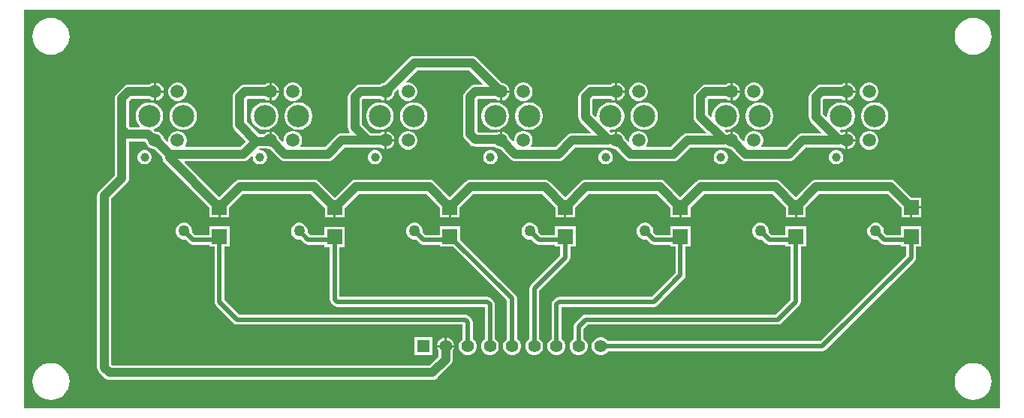
<source format=gbl>
G04*
G04 #@! TF.GenerationSoftware,Altium Limited,Altium Designer,24.1.2 (44)*
G04*
G04 Layer_Physical_Order=2*
G04 Layer_Color=16711680*
%FSTAX44Y44*%
%MOMM*%
G71*
G04*
G04 #@! TF.SameCoordinates,3538205F-3925-4055-AE4A-FF41BFCD8782*
G04*
G04*
G04 #@! TF.FilePolarity,Positive*
G04*
G01*
G75*
%ADD21C,0.5000*%
%ADD22C,1.0000*%
%ADD23C,2.5000*%
%ADD24C,1.0000*%
%ADD25C,1.5000*%
%ADD26R,1.4080X1.4080*%
%ADD27C,1.4080*%
%ADD28C,1.2700*%
%ADD29R,1.7000X1.7000*%
G36*
X011Y0D02*
X0D01*
Y0045D01*
X011D01*
Y0D01*
D02*
G37*
%LPC*%
G36*
X0107Y00440871D02*
X01065928Y0044047D01*
X01062013Y00439282D01*
X01058405Y00437353D01*
X01055242Y00434758D01*
X01052647Y00431595D01*
X01050718Y00427987D01*
X0104953Y00424072D01*
X01049129Y0042D01*
X0104953Y00415928D01*
X01050718Y00412013D01*
X01052647Y00408405D01*
X01055242Y00405242D01*
X01058405Y00402647D01*
X01062013Y00400718D01*
X01065928Y0039953D01*
X0107Y00399129D01*
X01074072Y0039953D01*
X01077987Y00400718D01*
X01081595Y00402647D01*
X01084758Y00405242D01*
X01087353Y00408405D01*
X01089282Y00412013D01*
X0109047Y00415928D01*
X01090871Y0042D01*
X0109047Y00424072D01*
X01089282Y00427987D01*
X01087353Y00431595D01*
X01084758Y00434758D01*
X01081595Y00437353D01*
X01077987Y00439282D01*
X01074072Y0044047D01*
X0107Y00440871D01*
D02*
G37*
G36*
X0003D02*
X00025928Y0044047D01*
X00022013Y00439282D01*
X00018405Y00437353D01*
X00015242Y00434758D01*
X00012647Y00431595D01*
X00010718Y00427987D01*
X00009531Y00424072D01*
X00009129Y0042D01*
X00009531Y00415928D01*
X00010718Y00412013D01*
X00012647Y00408405D01*
X00015242Y00405242D01*
X00018405Y00402647D01*
X00022013Y00400718D01*
X00025928Y0039953D01*
X0003Y00399129D01*
X00034072Y0039953D01*
X00037987Y00400718D01*
X00041595Y00402647D01*
X00044758Y00405242D01*
X00047353Y00408405D01*
X00049282Y00412013D01*
X00050469Y00415928D01*
X0005087Y0042D01*
X00050469Y00424072D01*
X00049282Y00427987D01*
X00047353Y00431595D01*
X00044758Y00434758D01*
X00041595Y00437353D01*
X00037987Y00439282D01*
X00034072Y0044047D01*
X0003Y00440871D01*
D02*
G37*
G36*
X00928622Y0036754D02*
X0092857D01*
Y0035877D01*
X0093734D01*
Y00358822D01*
X00936656Y00361375D01*
X00935334Y00363665D01*
X00933465Y00365534D01*
X00931175Y00366856D01*
X00928622Y0036754D01*
D02*
G37*
G36*
X00798622D02*
X0079857D01*
Y0035877D01*
X0080734D01*
Y00358822D01*
X00806656Y00361375D01*
X00805334Y00363665D01*
X00803465Y00365534D01*
X00801175Y00366856D01*
X00798622Y0036754D01*
D02*
G37*
G36*
X00668622D02*
X0066857D01*
Y0035877D01*
X0067734D01*
Y00358822D01*
X00676656Y00361375D01*
X00675334Y00363665D01*
X00673465Y00365534D01*
X00671175Y00366856D01*
X00668622Y0036754D01*
D02*
G37*
G36*
X00278622D02*
X0027857D01*
Y0035877D01*
X0028734D01*
Y00358822D01*
X00286656Y00361375D01*
X00285334Y00363665D01*
X00283465Y00365534D01*
X00281175Y00366856D01*
X00278622Y0036754D01*
D02*
G37*
G36*
X00148622D02*
X0014857D01*
Y0035877D01*
X0015734D01*
Y00358822D01*
X00156656Y00361375D01*
X00155334Y00363665D01*
X00153464Y00365534D01*
X00151175Y00366856D01*
X00148622Y0036754D01*
D02*
G37*
G36*
X0093734Y0035623D02*
X0092857D01*
Y0034746D01*
X00928622D01*
X00931175Y00348144D01*
X00933465Y00349466D01*
X00935334Y00351335D01*
X00936656Y00353625D01*
X0093734Y00356178D01*
Y0035623D01*
D02*
G37*
G36*
X005048Y00398069D02*
X004398D01*
X00437711Y00397794D01*
X00435765Y00396988D01*
X00434094Y00395706D01*
X0040591Y00367522D01*
X00403424Y00366856D01*
X00401196Y00365569D01*
X00378621D01*
X00376533Y00365294D01*
X00374586Y00364488D01*
X00372915Y00363206D01*
X00367057Y00357348D01*
X00365775Y00355677D01*
X00364969Y00353731D01*
X00364694Y00351642D01*
Y00317237D01*
X00364969Y00315149D01*
X00365775Y00313202D01*
X00366821Y00311839D01*
X00366378Y00310569D01*
X003578D01*
X00355712Y00310294D01*
X00353765Y00309488D01*
X00352094Y00308206D01*
X00338958Y00295069D01*
X00311747D01*
X00311267Y00296339D01*
X00312484Y00298447D01*
X003132Y00301117D01*
Y00303882D01*
X00312484Y00306553D01*
X00311102Y00308947D01*
X00309147Y00310902D01*
X00306753Y00312284D01*
X00304082Y00313D01*
X00301318D01*
X00298647Y00312284D01*
X00296253Y00310902D01*
X00294298Y00308947D01*
X00292916Y00306553D01*
X002922Y00303882D01*
Y00301627D01*
X00290942Y00301089D01*
X00287022Y00305009D01*
X00286656Y00306375D01*
X00285334Y00308665D01*
X00283465Y00310534D01*
X00281175Y00311856D01*
X00278622Y0031254D01*
X0027857D01*
Y003025D01*
X0027603D01*
Y0031254D01*
X00275978D01*
X00273425Y00311856D01*
X00271135Y00310534D01*
X00270214Y00309612D01*
X00264886D01*
X00250832Y00323666D01*
Y003483D01*
X00251963Y00349431D01*
X00271196D01*
X00273425Y00348144D01*
X00275978Y0034746D01*
X0027603D01*
Y003575D01*
Y0036754D01*
X00275978D01*
X00273425Y00366856D01*
X00271196Y00365569D01*
X00248621D01*
X00246533Y00365294D01*
X00244587Y00364488D01*
X00242915Y00363206D01*
X00237057Y00357348D01*
X00235775Y00355677D01*
X00234969Y00353731D01*
X00234694Y00351642D01*
Y00320323D01*
X00234969Y00318235D01*
X00235775Y00316289D01*
X00237057Y00314618D01*
X00250132Y00301543D01*
X00243658Y00295069D01*
X00181747D01*
X00181267Y00296339D01*
X00182484Y00298447D01*
X001832Y00301117D01*
Y00303882D01*
X00182484Y00306553D01*
X00181102Y00308947D01*
X00179147Y00310902D01*
X00176753Y00312284D01*
X00174082Y00313D01*
X00171318D01*
X00168647Y00312284D01*
X00166253Y00310902D01*
X00164298Y00308947D01*
X00162915Y00306553D01*
X001622Y00303882D01*
Y00301627D01*
X00160942Y00301089D01*
X00157022Y00305009D01*
X00156656Y00306375D01*
X00155334Y00308665D01*
X00153464Y00310534D01*
X00151175Y00311856D01*
X00148622Y0031254D01*
X00147318D01*
X00145936Y00313922D01*
X00146255Y00315399D01*
X00148342Y00316264D01*
X00150881Y0031796D01*
X0015304Y00320119D01*
X00154736Y00322658D01*
X00155904Y00325479D01*
X001565Y00328473D01*
Y00331527D01*
X00155904Y00334521D01*
X00154736Y00337342D01*
X0015304Y00339881D01*
X00150881Y0034204D01*
X00148342Y00343736D01*
X00145521Y00344904D01*
X00142527Y003455D01*
X00139473D01*
X00136479Y00344904D01*
X00133658Y00343736D01*
X00131119Y0034204D01*
X0012896Y00339881D01*
X00127264Y00337342D01*
X00126096Y00334521D01*
X001255Y00331527D01*
Y00328473D01*
X00126096Y00325479D01*
X00127264Y00322658D01*
X0012896Y00320119D01*
X00130241Y00318839D01*
X00129715Y00317569D01*
X001192D01*
X00118069Y003187D01*
Y00346658D01*
X00120842Y00349431D01*
X00141196D01*
X00143425Y00348144D01*
X00145978Y0034746D01*
X0014603D01*
Y003575D01*
Y0036754D01*
X00145978D01*
X00143425Y00366856D01*
X00141196Y00365569D01*
X001175D01*
X00115412Y00365294D01*
X00113465Y00364488D01*
X00111794Y00363206D01*
X00104294Y00355706D01*
X00103012Y00354035D01*
X00102206Y00352088D01*
X00101931Y0035D01*
Y00315358D01*
Y00263342D01*
X00084294Y00245706D01*
X00083012Y00244035D01*
X00082206Y00242088D01*
X00081931Y0024D01*
Y00045858D01*
X00082206Y00043769D01*
X00083012Y00041823D01*
X00084294Y00040152D01*
X00090152Y00034294D01*
X00091823Y00033012D01*
X0009377Y00032206D01*
X00095858Y00031931D01*
X0046D01*
X00462088Y00032206D01*
X00464035Y00033012D01*
X00465706Y00034294D01*
X00480706Y00049294D01*
X00481988Y00050965D01*
X00482794Y00052912D01*
X00483069Y00055D01*
Y00064816D01*
X00483927Y00066302D01*
X00484578Y0006873D01*
X00465422D01*
X00466073Y00066302D01*
X00466931Y00064816D01*
Y00058342D01*
X00456658Y00048069D01*
X000992D01*
X00098069Y000492D01*
Y00236658D01*
X00115706Y00254294D01*
X00116988Y00255965D01*
X00117794Y00257912D01*
X00118069Y0026D01*
Y00301431D01*
X00135604D01*
X00137773Y00299262D01*
X00137944Y00298625D01*
X00139266Y00296335D01*
X00141135Y00294466D01*
X00143425Y00293144D01*
X00145978Y0029246D01*
X00146748D01*
X00155551Y00283658D01*
Y00283303D01*
X00155826Y00281214D01*
X00156632Y00279268D01*
X00157914Y00277597D01*
X00208926Y00226585D01*
Y00215916D01*
X00218696D01*
Y00226956D01*
X00221236D01*
Y00215916D01*
X00231006D01*
Y00226585D01*
X00246352Y00241931D01*
X00323158D01*
X0033896Y00226129D01*
Y0021546D01*
X0034873D01*
Y002265D01*
X0035127D01*
Y0021546D01*
X0036104D01*
Y00226129D01*
X00376842Y00241931D01*
X0045358D01*
X00468926Y00226585D01*
Y00215916D01*
X00478696D01*
Y00226956D01*
X00481236D01*
Y00215916D01*
X00491006D01*
Y00226585D01*
X00506352Y00241931D01*
X0058358D01*
X00598926Y00226585D01*
Y00215916D01*
X00608696D01*
Y00226956D01*
X00611236D01*
Y00215916D01*
X00621006D01*
Y00226585D01*
X00636352Y00241931D01*
X0071358D01*
X00728926Y00226585D01*
Y00215916D01*
X00738696D01*
Y00226956D01*
X00741236D01*
Y00215916D01*
X00751006D01*
Y00226585D01*
X00766352Y00241931D01*
X0084358D01*
X00858926Y00226585D01*
Y00215916D01*
X00868696D01*
Y00226956D01*
X00871236D01*
Y00215916D01*
X00881006D01*
Y00226585D01*
X00896352Y00241931D01*
X0097358D01*
X00988926Y00226585D01*
Y00215916D01*
X00998696D01*
Y00226956D01*
X00999966D01*
Y00228226D01*
X01011006D01*
Y00237996D01*
X01000337D01*
X00982628Y00255706D01*
X00980957Y00256988D01*
X00979011Y00257794D01*
X00976922Y00258069D01*
X0089301D01*
X00890921Y00257794D01*
X00888975Y00256988D01*
X00887304Y00255706D01*
X00869966Y00238368D01*
X00852628Y00255706D01*
X00850957Y00256988D01*
X0084901Y00257794D01*
X00846922Y00258069D01*
X0076301D01*
X00760921Y00257794D01*
X00758975Y00256988D01*
X00757304Y00255706D01*
X00739966Y00238368D01*
X00722628Y00255706D01*
X00720957Y00256988D01*
X00719011Y00257794D01*
X00716922Y00258069D01*
X0063301D01*
X00630921Y00257794D01*
X00628975Y00256988D01*
X00627304Y00255706D01*
X00609966Y00238368D01*
X00592628Y00255706D01*
X00590957Y00256988D01*
X00589011Y00257794D01*
X00586922Y00258069D01*
X0050301D01*
X00500922Y00257794D01*
X00498975Y00256988D01*
X00497304Y00255706D01*
X00479966Y00238368D01*
X00462628Y00255706D01*
X00460957Y00256988D01*
X00459011Y00257794D01*
X00456922Y00258069D01*
X003735D01*
X00371412Y00257794D01*
X00369465Y00256988D01*
X00367794Y00255706D01*
X0035Y00237911D01*
X00332206Y00255706D01*
X00330535Y00256988D01*
X00328588Y00257794D01*
X003265Y00258069D01*
X0024301D01*
X00240921Y00257794D01*
X00238975Y00256988D01*
X00237304Y00255706D01*
X00219966Y00238368D01*
X00180576Y00277757D01*
X00181062Y00278931D01*
X00247D01*
X00249088Y00279206D01*
X00251034Y00280012D01*
X00252706Y00281294D01*
X00256275Y00284864D01*
X00256856Y00284717D01*
X002575Y00284292D01*
Y00282447D01*
X00258045Y00280412D01*
X00259098Y00278588D01*
X00260588Y00277099D01*
X00262412Y00276045D01*
X00264447Y002755D01*
X00266553D01*
X00268588Y00276045D01*
X00270412Y00277099D01*
X00271901Y00278588D01*
X00272955Y00280412D01*
X002735Y00282447D01*
Y00284553D01*
X00272955Y00286588D01*
X00271901Y00288412D01*
X00270412Y00289902D01*
X00268588Y00290955D01*
X00266553Y002915D01*
X00264838D01*
X00264286Y00292596D01*
X0026504Y00293474D01*
X00272853D01*
X00273425Y00293144D01*
X00275978Y0029246D01*
X00276749D01*
X00287914Y00281294D01*
X00289585Y00280012D01*
X00291531Y00279206D01*
X0029362Y00278931D01*
X003423D01*
X00344388Y00279206D01*
X00346334Y00280012D01*
X00348006Y00281294D01*
X00361142Y00294431D01*
X00401196D01*
X00403424Y00293144D01*
X00405978Y0029246D01*
X0040603D01*
Y003025D01*
Y0031254D01*
X00405978D01*
X00403424Y00311856D01*
X00401196Y00310569D01*
X00390842D01*
X00380832Y00320579D01*
Y003483D01*
X00381963Y00349431D01*
X00401196D01*
X00403424Y00348144D01*
X00405978Y0034746D01*
X0040603D01*
Y003575D01*
X0040857D01*
Y0034746D01*
X00408622D01*
X00411175Y00348144D01*
X00413465Y00349466D01*
X00415334Y00351335D01*
X00416656Y00353625D01*
X00417322Y00356111D01*
X00421175Y00359964D01*
X00422313Y00359306D01*
X004222Y00358882D01*
Y00356118D01*
X00422915Y00353447D01*
X00424298Y00351053D01*
X00426253Y00349098D01*
X00428647Y00347716D01*
X00431317Y00347D01*
X00434082D01*
X00436753Y00347716D01*
X00439147Y00349098D01*
X00441102Y00351053D01*
X00442484Y00353447D01*
X004432Y00356118D01*
Y00358882D01*
X00442484Y00361553D01*
X00441102Y00363947D01*
X00439147Y00365902D01*
X00436753Y00367284D01*
X00434082Y00368D01*
X00431317D01*
X00430894Y00367886D01*
X00430236Y00369025D01*
X00443142Y00381931D01*
X00501458D01*
X00516646Y00366742D01*
X0051616Y00365569D01*
X00508621D01*
X00506533Y00365294D01*
X00504586Y00364488D01*
X00502915Y00363206D01*
X00497057Y00357348D01*
X00495775Y00355677D01*
X00494969Y00353731D01*
X00494694Y00351642D01*
Y00309314D01*
X00494969Y00307226D01*
X00495775Y0030528D01*
X00497057Y00303609D01*
X00502915Y00297751D01*
X00504586Y00296469D01*
X00506533Y00295662D01*
X00508621Y00295387D01*
X00530214D01*
X00531135Y00294466D01*
X00533425Y00293144D01*
X00535978Y0029246D01*
X00536749D01*
X00547914Y00281294D01*
X00549585Y00280012D01*
X00551531Y00279206D01*
X0055362Y00278931D01*
X006023D01*
X00604388Y00279206D01*
X00606334Y00280012D01*
X00608006Y00281294D01*
X00621142Y00294431D01*
X00658552D01*
X0066064Y00294706D01*
X0066082Y0029478D01*
X00661135Y00294466D01*
X00663425Y00293144D01*
X00665978Y0029246D01*
X00666748D01*
X00677914Y00281294D01*
X00679585Y00280012D01*
X00681531Y00279206D01*
X0068362Y00278931D01*
X007323D01*
X00734388Y00279206D01*
X00736334Y00280012D01*
X00738006Y00281294D01*
X00751142Y00294431D01*
X00788552D01*
X0079064Y00294706D01*
X00790821Y00294781D01*
X00791135Y00294466D01*
X00793425Y00293144D01*
X00795978Y0029246D01*
X00796749D01*
X00807914Y00281294D01*
X00809585Y00280012D01*
X00811531Y00279206D01*
X0081362Y00278931D01*
X008623D01*
X00864388Y00279206D01*
X00866334Y00280012D01*
X00868006Y00281294D01*
X00881142Y00294431D01*
X00918552D01*
X0092064Y00294706D01*
X0092082Y0029478D01*
X00921135Y00294466D01*
X00923425Y00293144D01*
X00925978Y0029246D01*
X0092603D01*
Y003025D01*
Y0031254D01*
X00925978D01*
X00923425Y00311856D01*
X00922853Y00311526D01*
X00921894D01*
X0092019Y0031323D01*
X00920716Y003145D01*
X00922527D01*
X00925521Y00315096D01*
X00928342Y00316264D01*
X00930881Y0031796D01*
X0093304Y00320119D01*
X00934736Y00322658D01*
X00935904Y00325479D01*
X009365Y00328473D01*
Y00331527D01*
X00935904Y00334521D01*
X00934736Y00337342D01*
X0093304Y00339881D01*
X00930881Y0034204D01*
X00928342Y00343736D01*
X00925521Y00344904D01*
X00922527Y003455D01*
X00919473D01*
X00916479Y00344904D01*
X00913658Y00343736D01*
X00911119Y0034204D01*
X0090896Y00339881D01*
X00907264Y00337342D01*
X00906096Y00334521D01*
X009055Y00331527D01*
Y00329716D01*
X0090423Y0032919D01*
X00900832Y00332588D01*
Y003483D01*
X00901963Y00349431D01*
X00921196D01*
X00923425Y00348144D01*
X00925978Y0034746D01*
X0092603D01*
Y003575D01*
Y0036754D01*
X00925978D01*
X00923425Y00366856D01*
X00921196Y00365569D01*
X00898621D01*
X00896533Y00365294D01*
X00894587Y00364488D01*
X00892915Y00363206D01*
X00887057Y00357348D01*
X00885775Y00355677D01*
X00884969Y00353731D01*
X00884694Y00351642D01*
Y00329245D01*
X00884969Y00327157D01*
X00885775Y00325211D01*
X00887057Y0032354D01*
X00898855Y00311742D01*
X00898369Y00310569D01*
X008778D01*
X00875712Y00310294D01*
X00873765Y00309488D01*
X00872094Y00308206D01*
X00858958Y00295069D01*
X00831747D01*
X00831267Y00296339D01*
X00832484Y00298447D01*
X008332Y00301117D01*
Y00303882D01*
X00832484Y00306553D01*
X00831102Y00308947D01*
X00829147Y00310902D01*
X00826753Y00312284D01*
X00824082Y00313D01*
X00821318D01*
X00818647Y00312284D01*
X00816253Y00310902D01*
X00814298Y00308947D01*
X00812916Y00306553D01*
X008122Y00303882D01*
Y00301627D01*
X00810942Y00301089D01*
X00807022Y00305009D01*
X00806656Y00306375D01*
X00805334Y00308665D01*
X00803465Y00310534D01*
X00801175Y00311856D01*
X00798622Y0031254D01*
X0079857D01*
Y003025D01*
X0079603D01*
Y0031254D01*
X00795978D01*
X00793425Y00311856D01*
X00792853Y00311526D01*
X00791894D01*
X0079019Y0031323D01*
X00790716Y003145D01*
X00792526D01*
X00795521Y00315096D01*
X00798342Y00316264D01*
X00800881Y0031796D01*
X00803039Y00320119D01*
X00804736Y00322658D01*
X00805904Y00325479D01*
X008065Y00328473D01*
Y00331527D01*
X00805904Y00334521D01*
X00804736Y00337342D01*
X00803039Y00339881D01*
X00800881Y0034204D01*
X00798342Y00343736D01*
X00795521Y00344904D01*
X00792526Y003455D01*
X00789473D01*
X00786479Y00344904D01*
X00783658Y00343736D01*
X00781119Y0034204D01*
X0077896Y00339881D01*
X00777264Y00337342D01*
X00776096Y00334521D01*
X007755Y00331527D01*
Y00329716D01*
X0077423Y0032919D01*
X00770832Y00332588D01*
Y003483D01*
X00771963Y00349431D01*
X00791196D01*
X00793425Y00348144D01*
X00795978Y0034746D01*
X0079603D01*
Y003575D01*
Y0036754D01*
X00795978D01*
X00793425Y00366856D01*
X00791196Y00365569D01*
X00768621D01*
X00766533Y00365294D01*
X00764586Y00364488D01*
X00762915Y00363206D01*
X00757057Y00357348D01*
X00755775Y00355677D01*
X00754969Y00353731D01*
X00754694Y00351642D01*
Y00329245D01*
X00754969Y00327157D01*
X00755775Y00325211D01*
X00757057Y0032354D01*
X00768855Y00311742D01*
X00768369Y00310569D01*
X007478D01*
X00745712Y00310294D01*
X00743765Y00309488D01*
X00742094Y00308206D01*
X00728958Y00295069D01*
X00701747D01*
X00701267Y00296339D01*
X00702484Y00298447D01*
X007032Y00301117D01*
Y00303882D01*
X00702484Y00306553D01*
X00701102Y00308947D01*
X00699147Y00310902D01*
X00696753Y00312284D01*
X00694082Y00313D01*
X00691317D01*
X00688647Y00312284D01*
X00686253Y00310902D01*
X00684298Y00308947D01*
X00682915Y00306553D01*
X006822Y00303882D01*
Y00301627D01*
X00680941Y00301089D01*
X00677022Y00305009D01*
X00676656Y00306375D01*
X00675334Y00308665D01*
X00673465Y00310534D01*
X00671175Y00311856D01*
X00668622Y0031254D01*
X0066857D01*
Y003025D01*
X0066603D01*
Y0031254D01*
X00665978D01*
X00663425Y00311856D01*
X00662853Y00311526D01*
X00661894D01*
X0066019Y0031323D01*
X00660716Y003145D01*
X00662527D01*
X00665521Y00315096D01*
X00668342Y00316264D01*
X00670881Y0031796D01*
X0067304Y00320119D01*
X00674736Y00322658D01*
X00675904Y00325479D01*
X006765Y00328473D01*
Y00331527D01*
X00675904Y00334521D01*
X00674736Y00337342D01*
X0067304Y00339881D01*
X00670881Y0034204D01*
X00668342Y00343736D01*
X00665521Y00344904D01*
X00662527Y003455D01*
X00659473D01*
X00656479Y00344904D01*
X00653658Y00343736D01*
X00651119Y0034204D01*
X0064896Y00339881D01*
X00647264Y00337342D01*
X00646096Y00334521D01*
X006455Y00331527D01*
Y00329716D01*
X0064423Y0032919D01*
X00640832Y00332588D01*
Y003483D01*
X00641963Y00349431D01*
X00661196D01*
X00663425Y00348144D01*
X00665978Y0034746D01*
X0066603D01*
Y003575D01*
Y0036754D01*
X00665978D01*
X00663425Y00366856D01*
X00661196Y00365569D01*
X00638621D01*
X00636533Y00365294D01*
X00634587Y00364488D01*
X00632915Y00363206D01*
X00627057Y00357348D01*
X00625775Y00355677D01*
X00624969Y00353731D01*
X00624694Y00351642D01*
Y00329245D01*
X00624969Y00327157D01*
X00625775Y00325211D01*
X00627057Y0032354D01*
X00638855Y00311742D01*
X00638369Y00310569D01*
X006178D01*
X00615712Y00310294D01*
X00613765Y00309488D01*
X00612094Y00308206D01*
X00598958Y00295069D01*
X00571747D01*
X00571267Y00296339D01*
X00572485Y00298447D01*
X005732Y00301117D01*
Y00303882D01*
X00572485Y00306553D01*
X00571102Y00308947D01*
X00569147Y00310902D01*
X00566753Y00312284D01*
X00564082Y00313D01*
X00561318D01*
X00558647Y00312284D01*
X00556253Y00310902D01*
X00554298Y00308947D01*
X00552916Y00306553D01*
X005522Y00303882D01*
Y00301627D01*
X00550942Y00301089D01*
X00547022Y00305009D01*
X00546656Y00306375D01*
X00545334Y00308665D01*
X00543465Y00310534D01*
X00541175Y00311856D01*
X00538622Y0031254D01*
X0053857D01*
Y003025D01*
X0053603D01*
Y0031254D01*
X00535978D01*
X00533425Y00311856D01*
X00532853Y00311526D01*
X00511963D01*
X00510832Y00312657D01*
Y003483D01*
X00511963Y00349431D01*
X00531196D01*
X00533425Y00348144D01*
X00535978Y0034746D01*
X0053603D01*
Y003575D01*
X005373D01*
Y0035877D01*
X0054734D01*
Y00358822D01*
X00546656Y00361375D01*
X00545334Y00363665D01*
X00543465Y00365534D01*
X00541175Y00366856D01*
X00538689Y00367522D01*
X00510506Y00395706D01*
X00508835Y00396988D01*
X00506889Y00397794D01*
X005048Y00398069D01*
D02*
G37*
G36*
X0080734Y0035623D02*
X0079857D01*
Y0034746D01*
X00798622D01*
X00801175Y00348144D01*
X00803465Y00349466D01*
X00805334Y00351335D01*
X00806656Y00353625D01*
X0080734Y00356178D01*
Y0035623D01*
D02*
G37*
G36*
X0067734D02*
X0066857D01*
Y0034746D01*
X00668622D01*
X00671175Y00348144D01*
X00673465Y00349466D01*
X00675334Y00351335D01*
X00676656Y00353625D01*
X0067734Y00356178D01*
Y0035623D01*
D02*
G37*
G36*
X0054734D02*
X0053857D01*
Y0034746D01*
X00538622D01*
X00541175Y00348144D01*
X00543465Y00349466D01*
X00545334Y00351335D01*
X00546656Y00353625D01*
X0054734Y00356178D01*
Y0035623D01*
D02*
G37*
G36*
X0028734D02*
X0027857D01*
Y0034746D01*
X00278622D01*
X00281175Y00348144D01*
X00283465Y00349466D01*
X00285334Y00351335D01*
X00286656Y00353625D01*
X0028734Y00356178D01*
Y0035623D01*
D02*
G37*
G36*
X0015734D02*
X0014857D01*
Y0034746D01*
X00148622D01*
X00151175Y00348144D01*
X00153464Y00349466D01*
X00155334Y00351335D01*
X00156656Y00353625D01*
X0015734Y00356178D01*
Y0035623D01*
D02*
G37*
G36*
X00954082Y00368D02*
X00951317D01*
X00948647Y00367284D01*
X00946253Y00365902D01*
X00944298Y00363947D01*
X00942915Y00361553D01*
X009422Y00358882D01*
Y00356118D01*
X00942915Y00353447D01*
X00944298Y00351053D01*
X00946253Y00349098D01*
X00948647Y00347716D01*
X00951317Y00347D01*
X00954082D01*
X00956753Y00347716D01*
X00959147Y00349098D01*
X00961102Y00351053D01*
X00962484Y00353447D01*
X009632Y00356118D01*
Y00358882D01*
X00962484Y00361553D01*
X00961102Y00363947D01*
X00959147Y00365902D01*
X00956753Y00367284D01*
X00954082Y00368D01*
D02*
G37*
G36*
X00824082D02*
X00821318D01*
X00818647Y00367284D01*
X00816253Y00365902D01*
X00814298Y00363947D01*
X00812916Y00361553D01*
X008122Y00358882D01*
Y00356118D01*
X00812916Y00353447D01*
X00814298Y00351053D01*
X00816253Y00349098D01*
X00818647Y00347716D01*
X00821318Y00347D01*
X00824082D01*
X00826753Y00347716D01*
X00829147Y00349098D01*
X00831102Y00351053D01*
X00832484Y00353447D01*
X008332Y00356118D01*
Y00358882D01*
X00832484Y00361553D01*
X00831102Y00363947D01*
X00829147Y00365902D01*
X00826753Y00367284D01*
X00824082Y00368D01*
D02*
G37*
G36*
X00694082D02*
X00691317D01*
X00688647Y00367284D01*
X00686253Y00365902D01*
X00684298Y00363947D01*
X00682915Y00361553D01*
X006822Y00358882D01*
Y00356118D01*
X00682915Y00353447D01*
X00684298Y00351053D01*
X00686253Y00349098D01*
X00688647Y00347716D01*
X00691317Y00347D01*
X00694082D01*
X00696753Y00347716D01*
X00699147Y00349098D01*
X00701102Y00351053D01*
X00702484Y00353447D01*
X007032Y00356118D01*
Y00358882D01*
X00702484Y00361553D01*
X00701102Y00363947D01*
X00699147Y00365902D01*
X00696753Y00367284D01*
X00694082Y00368D01*
D02*
G37*
G36*
X00564082D02*
X00561318D01*
X00558647Y00367284D01*
X00556253Y00365902D01*
X00554298Y00363947D01*
X00552916Y00361553D01*
X005522Y00358882D01*
Y00356118D01*
X00552916Y00353447D01*
X00554298Y00351053D01*
X00556253Y00349098D01*
X00558647Y00347716D01*
X00561318Y00347D01*
X00564082D01*
X00566753Y00347716D01*
X00569147Y00349098D01*
X00571102Y00351053D01*
X00572485Y00353447D01*
X005732Y00356118D01*
Y00358882D01*
X00572485Y00361553D01*
X00571102Y00363947D01*
X00569147Y00365902D01*
X00566753Y00367284D01*
X00564082Y00368D01*
D02*
G37*
G36*
X00304082D02*
X00301318D01*
X00298647Y00367284D01*
X00296253Y00365902D01*
X00294298Y00363947D01*
X00292916Y00361553D01*
X002922Y00358882D01*
Y00356118D01*
X00292916Y00353447D01*
X00294298Y00351053D01*
X00296253Y00349098D01*
X00298647Y00347716D01*
X00301318Y00347D01*
X00304082D01*
X00306753Y00347716D01*
X00309147Y00349098D01*
X00311102Y00351053D01*
X00312484Y00353447D01*
X003132Y00356118D01*
Y00358882D01*
X00312484Y00361553D01*
X00311102Y00363947D01*
X00309147Y00365902D01*
X00306753Y00367284D01*
X00304082Y00368D01*
D02*
G37*
G36*
X00174082D02*
X00171318D01*
X00168647Y00367284D01*
X00166253Y00365902D01*
X00164298Y00363947D01*
X00162915Y00361553D01*
X001622Y00358882D01*
Y00356118D01*
X00162915Y00353447D01*
X00164298Y00351053D01*
X00166253Y00349098D01*
X00168647Y00347716D01*
X00171318Y00347D01*
X00174082D01*
X00176753Y00347716D01*
X00179147Y00349098D01*
X00181102Y00351053D01*
X00182484Y00353447D01*
X001832Y00356118D01*
Y00358882D01*
X00182484Y00361553D01*
X00181102Y00363947D01*
X00179147Y00365902D01*
X00176753Y00367284D01*
X00174082Y00368D01*
D02*
G37*
G36*
X00960527Y003455D02*
X00957473D01*
X00954479Y00344904D01*
X00951658Y00343736D01*
X00949119Y0034204D01*
X0094696Y00339881D01*
X00945264Y00337342D01*
X00944096Y00334521D01*
X009435Y00331527D01*
Y00328473D01*
X00944096Y00325479D01*
X00945264Y00322658D01*
X0094696Y00320119D01*
X00949119Y0031796D01*
X00951658Y00316264D01*
X00954479Y00315096D01*
X00957473Y003145D01*
X00960527D01*
X00963521Y00315096D01*
X00966342Y00316264D01*
X00968881Y0031796D01*
X0097104Y00320119D01*
X00972736Y00322658D01*
X00973904Y00325479D01*
X009745Y00328473D01*
Y00331527D01*
X00973904Y00334521D01*
X00972736Y00337342D01*
X0097104Y00339881D01*
X00968881Y0034204D01*
X00966342Y00343736D01*
X00963521Y00344904D01*
X00960527Y003455D01*
D02*
G37*
G36*
X00830526D02*
X00827473D01*
X00824479Y00344904D01*
X00821658Y00343736D01*
X00819119Y0034204D01*
X0081696Y00339881D01*
X00815264Y00337342D01*
X00814095Y00334521D01*
X008135Y00331527D01*
Y00328473D01*
X00814095Y00325479D01*
X00815264Y00322658D01*
X0081696Y00320119D01*
X00819119Y0031796D01*
X00821658Y00316264D01*
X00824479Y00315096D01*
X00827473Y003145D01*
X00830526D01*
X00833521Y00315096D01*
X00836342Y00316264D01*
X0083888Y0031796D01*
X00841039Y00320119D01*
X00842736Y00322658D01*
X00843904Y00325479D01*
X008445Y00328473D01*
Y00331527D01*
X00843904Y00334521D01*
X00842736Y00337342D01*
X00841039Y00339881D01*
X0083888Y0034204D01*
X00836342Y00343736D01*
X00833521Y00344904D01*
X00830526Y003455D01*
D02*
G37*
G36*
X00700527D02*
X00697473D01*
X00694479Y00344904D01*
X00691658Y00343736D01*
X00689119Y0034204D01*
X0068696Y00339881D01*
X00685264Y00337342D01*
X00684096Y00334521D01*
X006835Y00331527D01*
Y00328473D01*
X00684096Y00325479D01*
X00685264Y00322658D01*
X0068696Y00320119D01*
X00689119Y0031796D01*
X00691658Y00316264D01*
X00694479Y00315096D01*
X00697473Y003145D01*
X00700527D01*
X00703521Y00315096D01*
X00706342Y00316264D01*
X00708881Y0031796D01*
X0071104Y00320119D01*
X00712736Y00322658D01*
X00713904Y00325479D01*
X007145Y00328473D01*
Y00331527D01*
X00713904Y00334521D01*
X00712736Y00337342D01*
X0071104Y00339881D01*
X00708881Y0034204D01*
X00706342Y00343736D01*
X00703521Y00344904D01*
X00700527Y003455D01*
D02*
G37*
G36*
X00570526D02*
X00567473D01*
X00564479Y00344904D01*
X00561658Y00343736D01*
X00559119Y0034204D01*
X0055696Y00339881D01*
X00555264Y00337342D01*
X00554095Y00334521D01*
X005535Y00331527D01*
Y00328473D01*
X00554095Y00325479D01*
X00555264Y00322658D01*
X0055696Y00320119D01*
X00559119Y0031796D01*
X00561658Y00316264D01*
X00564479Y00315096D01*
X00567473Y003145D01*
X00570526D01*
X00573521Y00315096D01*
X00576342Y00316264D01*
X0057888Y0031796D01*
X00581039Y00320119D01*
X00582736Y00322658D01*
X00583904Y00325479D01*
X005845Y00328473D01*
Y00331527D01*
X00583904Y00334521D01*
X00582736Y00337342D01*
X00581039Y00339881D01*
X0057888Y0034204D01*
X00576342Y00343736D01*
X00573521Y00344904D01*
X00570526Y003455D01*
D02*
G37*
G36*
X00532526D02*
X00529473D01*
X00526479Y00344904D01*
X00523658Y00343736D01*
X00521119Y0034204D01*
X0051896Y00339881D01*
X00517264Y00337342D01*
X00516096Y00334521D01*
X005155Y00331527D01*
Y00328473D01*
X00516096Y00325479D01*
X00517264Y00322658D01*
X0051896Y00320119D01*
X00521119Y0031796D01*
X00523658Y00316264D01*
X00526479Y00315096D01*
X00529473Y003145D01*
X00532526D01*
X00535521Y00315096D01*
X00538342Y00316264D01*
X00540881Y0031796D01*
X0054304Y00320119D01*
X00544736Y00322658D01*
X00545904Y00325479D01*
X005465Y00328473D01*
Y00331527D01*
X00545904Y00334521D01*
X00544736Y00337342D01*
X0054304Y00339881D01*
X00540881Y0034204D01*
X00538342Y00343736D01*
X00535521Y00344904D01*
X00532526Y003455D01*
D02*
G37*
G36*
X00440527D02*
X00437473D01*
X00434479Y00344904D01*
X00431658Y00343736D01*
X00429119Y0034204D01*
X0042696Y00339881D01*
X00425264Y00337342D01*
X00424096Y00334521D01*
X004235Y00331527D01*
Y00328473D01*
X00424096Y00325479D01*
X00425264Y00322658D01*
X0042696Y00320119D01*
X00429119Y0031796D01*
X00431658Y00316264D01*
X00434479Y00315096D01*
X00437473Y003145D01*
X00440527D01*
X00443521Y00315096D01*
X00446342Y00316264D01*
X00448881Y0031796D01*
X0045104Y00320119D01*
X00452736Y00322658D01*
X00453904Y00325479D01*
X004545Y00328473D01*
Y00331527D01*
X00453904Y00334521D01*
X00452736Y00337342D01*
X0045104Y00339881D01*
X00448881Y0034204D01*
X00446342Y00343736D01*
X00443521Y00344904D01*
X00440527Y003455D01*
D02*
G37*
G36*
X00402527D02*
X00399473D01*
X00396479Y00344904D01*
X00393658Y00343736D01*
X00391119Y0034204D01*
X0038896Y00339881D01*
X00387264Y00337342D01*
X00386096Y00334521D01*
X003855Y00331527D01*
Y00328473D01*
X00386096Y00325479D01*
X00387264Y00322658D01*
X0038896Y00320119D01*
X00391119Y0031796D01*
X00393658Y00316264D01*
X00396479Y00315096D01*
X00399473Y003145D01*
X00402527D01*
X00405521Y00315096D01*
X00408342Y00316264D01*
X00410881Y0031796D01*
X0041304Y00320119D01*
X00414736Y00322658D01*
X00415904Y00325479D01*
X004165Y00328473D01*
Y00331527D01*
X00415904Y00334521D01*
X00414736Y00337342D01*
X0041304Y00339881D01*
X00410881Y0034204D01*
X00408342Y00343736D01*
X00405521Y00344904D01*
X00402527Y003455D01*
D02*
G37*
G36*
X00310526D02*
X00307473D01*
X00304479Y00344904D01*
X00301658Y00343736D01*
X00299119Y0034204D01*
X0029696Y00339881D01*
X00295264Y00337342D01*
X00294095Y00334521D01*
X002935Y00331527D01*
Y00328473D01*
X00294095Y00325479D01*
X00295264Y00322658D01*
X0029696Y00320119D01*
X00299119Y0031796D01*
X00301658Y00316264D01*
X00304479Y00315096D01*
X00307473Y003145D01*
X00310526D01*
X00313521Y00315096D01*
X00316342Y00316264D01*
X0031888Y0031796D01*
X00321039Y00320119D01*
X00322736Y00322658D01*
X00323904Y00325479D01*
X003245Y00328473D01*
Y00331527D01*
X00323904Y00334521D01*
X00322736Y00337342D01*
X00321039Y00339881D01*
X0031888Y0034204D01*
X00316342Y00343736D01*
X00313521Y00344904D01*
X00310526Y003455D01*
D02*
G37*
G36*
X00272526D02*
X00269473D01*
X00266479Y00344904D01*
X00263658Y00343736D01*
X00261119Y0034204D01*
X0025896Y00339881D01*
X00257264Y00337342D01*
X00256096Y00334521D01*
X002555Y00331527D01*
Y00328473D01*
X00256096Y00325479D01*
X00257264Y00322658D01*
X0025896Y00320119D01*
X00261119Y0031796D01*
X00263658Y00316264D01*
X00266479Y00315096D01*
X00269473Y003145D01*
X00272526D01*
X00275521Y00315096D01*
X00278342Y00316264D01*
X00280881Y0031796D01*
X00283039Y00320119D01*
X00284736Y00322658D01*
X00285904Y00325479D01*
X002865Y00328473D01*
Y00331527D01*
X00285904Y00334521D01*
X00284736Y00337342D01*
X00283039Y00339881D01*
X00280881Y0034204D01*
X00278342Y00343736D01*
X00275521Y00344904D01*
X00272526Y003455D01*
D02*
G37*
G36*
X00180527D02*
X00177473D01*
X00174479Y00344904D01*
X00171658Y00343736D01*
X00169119Y0034204D01*
X0016696Y00339881D01*
X00165264Y00337342D01*
X00164096Y00334521D01*
X001635Y00331527D01*
Y00328473D01*
X00164096Y00325479D01*
X00165264Y00322658D01*
X0016696Y00320119D01*
X00169119Y0031796D01*
X00171658Y00316264D01*
X00174479Y00315096D01*
X00177473Y003145D01*
X00180527D01*
X00183521Y00315096D01*
X00186342Y00316264D01*
X00188881Y0031796D01*
X0019104Y00320119D01*
X00192736Y00322658D01*
X00193904Y00325479D01*
X001945Y00328473D01*
Y00331527D01*
X00193904Y00334521D01*
X00192736Y00337342D01*
X0019104Y00339881D01*
X00188881Y0034204D01*
X00186342Y00343736D01*
X00183521Y00344904D01*
X00180527Y003455D01*
D02*
G37*
G36*
X00928622Y0031254D02*
X0092857D01*
Y0030377D01*
X0093734D01*
Y00303822D01*
X00936656Y00306375D01*
X00935334Y00308665D01*
X00933465Y00310534D01*
X00931175Y00311856D01*
X00928622Y0031254D01*
D02*
G37*
G36*
X00408622D02*
X0040857D01*
Y0030377D01*
X0041734D01*
Y00303822D01*
X00416656Y00306375D01*
X00415334Y00308665D01*
X00413465Y00310534D01*
X00411175Y00311856D01*
X00408622Y0031254D01*
D02*
G37*
G36*
X0093734Y0030123D02*
X0092857D01*
Y0029246D01*
X00928622D01*
X00931175Y00293144D01*
X00933465Y00294466D01*
X00935334Y00296335D01*
X00936656Y00298625D01*
X0093734Y00301178D01*
Y0030123D01*
D02*
G37*
G36*
X0041734D02*
X0040857D01*
Y0029246D01*
X00408622D01*
X00411175Y00293144D01*
X00413465Y00294466D01*
X00415334Y00296335D01*
X00416656Y00298625D01*
X0041734Y00301178D01*
Y0030123D01*
D02*
G37*
G36*
X00954082Y00313D02*
X00951317D01*
X00948647Y00312284D01*
X00946253Y00310902D01*
X00944298Y00308947D01*
X00942915Y00306553D01*
X009422Y00303882D01*
Y00301117D01*
X00942915Y00298447D01*
X00944298Y00296053D01*
X00946253Y00294098D01*
X00948647Y00292715D01*
X00951317Y00292D01*
X00954082D01*
X00956753Y00292715D01*
X00959147Y00294098D01*
X00961102Y00296053D01*
X00962484Y00298447D01*
X009632Y00301117D01*
Y00303882D01*
X00962484Y00306553D01*
X00961102Y00308947D01*
X00959147Y00310902D01*
X00956753Y00312284D01*
X00954082Y00313D01*
D02*
G37*
G36*
X00434082D02*
X00431317D01*
X00428647Y00312284D01*
X00426253Y00310902D01*
X00424298Y00308947D01*
X00422915Y00306553D01*
X004222Y00303882D01*
Y00301117D01*
X00422915Y00298447D01*
X00424298Y00296053D01*
X00426253Y00294098D01*
X00428647Y00292715D01*
X00431317Y00292D01*
X00434082D01*
X00436753Y00292715D01*
X00439147Y00294098D01*
X00441102Y00296053D01*
X00442484Y00298447D01*
X004432Y00301117D01*
Y00303882D01*
X00442484Y00306553D01*
X00441102Y00308947D01*
X00439147Y00310902D01*
X00436753Y00312284D01*
X00434082Y00313D01*
D02*
G37*
G36*
X00916553Y002915D02*
X00914447D01*
X00912412Y00290955D01*
X00910588Y00289902D01*
X00909098Y00288412D01*
X00908045Y00286588D01*
X009075Y00284553D01*
Y00282447D01*
X00908045Y00280412D01*
X00909098Y00278588D01*
X00910588Y00277099D01*
X00912412Y00276045D01*
X00914447Y002755D01*
X00916553D01*
X00918588Y00276045D01*
X00920412Y00277099D01*
X00921901Y00278588D01*
X00922955Y00280412D01*
X009235Y00282447D01*
Y00284553D01*
X00922955Y00286588D01*
X00921901Y00288412D01*
X00920412Y00289902D01*
X00918588Y00290955D01*
X00916553Y002915D01*
D02*
G37*
G36*
X00786553D02*
X00784447D01*
X00782412Y00290955D01*
X00780588Y00289902D01*
X00779099Y00288412D01*
X00778045Y00286588D01*
X007775Y00284553D01*
Y00282447D01*
X00778045Y00280412D01*
X00779099Y00278588D01*
X00780588Y00277099D01*
X00782412Y00276045D01*
X00784447Y002755D01*
X00786553D01*
X00788588Y00276045D01*
X00790412Y00277099D01*
X00791902Y00278588D01*
X00792955Y00280412D01*
X007935Y00282447D01*
Y00284553D01*
X00792955Y00286588D01*
X00791902Y00288412D01*
X00790412Y00289902D01*
X00788588Y00290955D01*
X00786553Y002915D01*
D02*
G37*
G36*
X00656553D02*
X00654447D01*
X00652412Y00290955D01*
X00650588Y00289902D01*
X00649098Y00288412D01*
X00648045Y00286588D01*
X006475Y00284553D01*
Y00282447D01*
X00648045Y00280412D01*
X00649098Y00278588D01*
X00650588Y00277099D01*
X00652412Y00276045D01*
X00654447Y002755D01*
X00656553D01*
X00658588Y00276045D01*
X00660412Y00277099D01*
X00661901Y00278588D01*
X00662955Y00280412D01*
X006635Y00282447D01*
Y00284553D01*
X00662955Y00286588D01*
X00661901Y00288412D01*
X00660412Y00289902D01*
X00658588Y00290955D01*
X00656553Y002915D01*
D02*
G37*
G36*
X00526553D02*
X00524447D01*
X00522412Y00290955D01*
X00520588Y00289902D01*
X00519099Y00288412D01*
X00518045Y00286588D01*
X005175Y00284553D01*
Y00282447D01*
X00518045Y00280412D01*
X00519099Y00278588D01*
X00520588Y00277099D01*
X00522412Y00276045D01*
X00524447Y002755D01*
X00526553D01*
X00528588Y00276045D01*
X00530412Y00277099D01*
X00531902Y00278588D01*
X00532955Y00280412D01*
X005335Y00282447D01*
Y00284553D01*
X00532955Y00286588D01*
X00531902Y00288412D01*
X00530412Y00289902D01*
X00528588Y00290955D01*
X00526553Y002915D01*
D02*
G37*
G36*
X00396553D02*
X00394447D01*
X00392412Y00290955D01*
X00390588Y00289902D01*
X00389098Y00288412D01*
X00388045Y00286588D01*
X003875Y00284553D01*
Y00282447D01*
X00388045Y00280412D01*
X00389098Y00278588D01*
X00390588Y00277099D01*
X00392412Y00276045D01*
X00394447Y002755D01*
X00396553D01*
X00398588Y00276045D01*
X00400412Y00277099D01*
X00401902Y00278588D01*
X00402955Y00280412D01*
X004035Y00282447D01*
Y00284553D01*
X00402955Y00286588D01*
X00401902Y00288412D01*
X00400412Y00289902D01*
X00398588Y00290955D01*
X00396553Y002915D01*
D02*
G37*
G36*
X00136553D02*
X00134447D01*
X00132412Y00290955D01*
X00130588Y00289902D01*
X00129098Y00288412D01*
X00128045Y00286588D01*
X001275Y00284553D01*
Y00282447D01*
X00128045Y00280412D01*
X00129098Y00278588D01*
X00130588Y00277099D01*
X00132412Y00276045D01*
X00134447Y002755D01*
X00136553D01*
X00138588Y00276045D01*
X00140412Y00277099D01*
X00141902Y00278588D01*
X00142955Y00280412D01*
X001435Y00282447D01*
Y00284553D01*
X00142955Y00286588D01*
X00141902Y00288412D01*
X00140412Y00289902D01*
X00138588Y00290955D01*
X00136553Y002915D01*
D02*
G37*
G36*
X01011006Y00225686D02*
X01001236D01*
Y00215916D01*
X01011006D01*
Y00225686D01*
D02*
G37*
G36*
X00961231Y0020935D02*
X00958769D01*
X00956391Y00208713D01*
X00954259Y00207482D01*
X00952518Y00205741D01*
X00951287Y00203609D01*
X0095065Y00201231D01*
Y00198769D01*
X00951287Y00196391D01*
X00952518Y00194259D01*
X00954259Y00192518D01*
X00956391Y00191287D01*
X00958769Y0019065D01*
X00961231D01*
X0096138Y0019069D01*
X00966035Y00186035D01*
X00967854Y00184819D01*
X0097Y00184392D01*
X00988466D01*
Y00182456D01*
X00994358D01*
Y00172289D01*
X00897677Y00075608D01*
X00658355D01*
X00658034Y00076165D01*
X00656164Y00078034D01*
X00653875Y00079356D01*
X00651322Y0008004D01*
X00648678D01*
X00646124Y00079356D01*
X00643835Y00078034D01*
X00641966Y00076165D01*
X00640644Y00073875D01*
X0063996Y00071322D01*
Y00068678D01*
X00640644Y00066125D01*
X00641966Y00063835D01*
X00643835Y00061966D01*
X00646124Y00060644D01*
X00648678Y0005996D01*
X00651322D01*
X00653875Y00060644D01*
X00656164Y00061966D01*
X00658034Y00063835D01*
X00658355Y00064392D01*
X009D01*
X00902146Y00064819D01*
X00903965Y00066035D01*
X01003931Y00166001D01*
X01005147Y0016782D01*
X01005574Y00169966D01*
Y00182456D01*
X01011466D01*
Y00205456D01*
X00988466D01*
Y00195608D01*
X00972323D01*
X0096931Y0019862D01*
X0096935Y00198769D01*
Y00201231D01*
X00968713Y00203609D01*
X00967482Y00205741D01*
X00965741Y00207482D01*
X00963609Y00208713D01*
X00961231Y0020935D01*
D02*
G37*
G36*
X0047627Y00079578D02*
Y0007127D01*
X00484578D01*
X00483927Y00073698D01*
X00482666Y00075882D01*
X00480882Y00077666D01*
X00478698Y00078927D01*
X0047627Y00079578D01*
D02*
G37*
G36*
X0047373D02*
X00471302Y00078927D01*
X00469118Y00077666D01*
X00467334Y00075882D01*
X00466073Y00073698D01*
X00465422Y0007127D01*
X0047373D01*
Y00079578D01*
D02*
G37*
G36*
X00831231Y0020935D02*
X00828769D01*
X00826391Y00208713D01*
X00824259Y00207482D01*
X00822518Y00205741D01*
X00821287Y00203609D01*
X0082065Y00201231D01*
Y00198769D01*
X00821287Y00196391D01*
X00822518Y00194259D01*
X00824259Y00192518D01*
X00826391Y00191287D01*
X00828769Y0019065D01*
X00831231D01*
X0083138Y0019069D01*
X00836035Y00186035D01*
X00837854Y00184819D01*
X0084Y00184392D01*
X00858466D01*
Y00182456D01*
X00864358D01*
Y00122357D01*
X00847609Y00105608D01*
X00632929D01*
X00630783Y00105181D01*
X00628964Y00103965D01*
X00621035Y00096036D01*
X00619819Y00094217D01*
X00619392Y00092071D01*
Y00078355D01*
X00618835Y00078034D01*
X00616966Y00076165D01*
X00615644Y00073875D01*
X0061496Y00071322D01*
Y00068678D01*
X00615644Y00066125D01*
X00616966Y00063835D01*
X00618835Y00061966D01*
X00621125Y00060644D01*
X00623678Y0005996D01*
X00626322D01*
X00628876Y00060644D01*
X00631165Y00061966D01*
X00633034Y00063835D01*
X00634356Y00066125D01*
X0063504Y00068678D01*
Y00071322D01*
X00634356Y00073875D01*
X00633034Y00076165D01*
X00631165Y00078034D01*
X00630608Y00078355D01*
Y00089748D01*
X00635252Y00094392D01*
X00849932D01*
X00852078Y00094819D01*
X00853897Y00096035D01*
X00873931Y00116069D01*
X00875147Y00117888D01*
X00875574Y00120034D01*
Y00182456D01*
X00881466D01*
Y00205456D01*
X00858466D01*
Y00195608D01*
X00842323D01*
X0083931Y0019862D01*
X0083935Y00198769D01*
Y00201231D01*
X00838713Y00203609D01*
X00837482Y00205741D01*
X00835741Y00207482D01*
X00833609Y00208713D01*
X00831231Y0020935D01*
D02*
G37*
G36*
X00701231D02*
X00698769D01*
X00696391Y00208713D01*
X00694259Y00207482D01*
X00692518Y00205741D01*
X00691287Y00203609D01*
X0069065Y00201231D01*
Y00198769D01*
X00691287Y00196391D01*
X00692518Y00194259D01*
X00694259Y00192518D01*
X00696391Y00191287D01*
X00698769Y0019065D01*
X00701231D01*
X0070138Y0019069D01*
X00706035Y00186035D01*
X00707854Y00184819D01*
X0071Y00184392D01*
X00728466D01*
Y00182456D01*
X00734358D01*
Y00152357D01*
X00707609Y00125608D01*
X00602929D01*
X00600783Y00125181D01*
X00598964Y00123965D01*
X00596035Y00121036D01*
X00594819Y00119217D01*
X00594392Y00117071D01*
Y00078355D01*
X00593835Y00078034D01*
X00591966Y00076165D01*
X00590644Y00073875D01*
X0058996Y00071322D01*
Y00068678D01*
X00590644Y00066125D01*
X00591966Y00063835D01*
X00593835Y00061966D01*
X00596125Y00060644D01*
X00598678Y0005996D01*
X00601322D01*
X00603875Y00060644D01*
X00606165Y00061966D01*
X00608034Y00063835D01*
X00609356Y00066125D01*
X0061004Y00068678D01*
Y00071322D01*
X00609356Y00073875D01*
X00608034Y00076165D01*
X00606165Y00078034D01*
X00605608Y00078355D01*
Y00114392D01*
X00709932D01*
X00712078Y00114819D01*
X00713898Y00116035D01*
X00743931Y00146069D01*
X00745147Y00147888D01*
X00745574Y00150034D01*
Y00182456D01*
X00751466D01*
Y00205456D01*
X00728466D01*
Y00195608D01*
X00712323D01*
X0070931Y0019862D01*
X0070935Y00198769D01*
Y00201231D01*
X00708713Y00203609D01*
X00707482Y00205741D01*
X00705741Y00207482D01*
X00703609Y00208713D01*
X00701231Y0020935D01*
D02*
G37*
G36*
X00571231D02*
X00568769D01*
X00566391Y00208713D01*
X00564259Y00207482D01*
X00562518Y00205741D01*
X00561287Y00203609D01*
X0056065Y00201231D01*
Y00198769D01*
X00561287Y00196391D01*
X00562518Y00194259D01*
X00564259Y00192518D01*
X00566391Y00191287D01*
X00568769Y0019065D01*
X00571231D01*
X0057138Y0019069D01*
X00576035Y00186035D01*
X00577854Y00184819D01*
X0058Y00184392D01*
X00598466D01*
Y00182456D01*
X00604358D01*
Y00172289D01*
X00571035Y00138965D01*
X00569819Y00137146D01*
X00569392Y00135D01*
Y00078355D01*
X00568835Y00078034D01*
X00566966Y00076165D01*
X00565644Y00073875D01*
X0056496Y00071322D01*
Y00068678D01*
X00565644Y00066125D01*
X00566966Y00063835D01*
X00568835Y00061966D01*
X00571124Y00060644D01*
X00573678Y0005996D01*
X00576321D01*
X00578875Y00060644D01*
X00581164Y00061966D01*
X00583034Y00063835D01*
X00584356Y00066125D01*
X0058504Y00068678D01*
Y00071322D01*
X00584356Y00073875D01*
X00583034Y00076165D01*
X00581164Y00078034D01*
X00580607Y00078355D01*
Y00132677D01*
X00613931Y00166001D01*
X00615147Y0016782D01*
X00615574Y00169966D01*
Y00182456D01*
X00621466D01*
Y00205456D01*
X00598466D01*
Y00195608D01*
X00582323D01*
X0057931Y0019862D01*
X0057935Y00198769D01*
Y00201231D01*
X00578713Y00203609D01*
X00577482Y00205741D01*
X00575741Y00207482D01*
X00573609Y00208713D01*
X00571231Y0020935D01*
D02*
G37*
G36*
X00441231D02*
X00438769D01*
X00436391Y00208713D01*
X00434259Y00207482D01*
X00432518Y00205741D01*
X00431287Y00203609D01*
X0043065Y00201231D01*
Y00198769D01*
X00431287Y00196391D01*
X00432518Y00194259D01*
X00434259Y00192518D01*
X00436391Y00191287D01*
X00438769Y0019065D01*
X00441231D01*
X0044138Y0019069D01*
X00446035Y00186035D01*
X00447854Y00184819D01*
X0045Y00184392D01*
X00468466D01*
Y00182456D01*
X00483536D01*
X00544392Y00121599D01*
Y00078355D01*
X00543835Y00078034D01*
X00541966Y00076165D01*
X00540644Y00073875D01*
X0053996Y00071322D01*
Y00068678D01*
X00540644Y00066125D01*
X00541966Y00063835D01*
X00543835Y00061966D01*
X00546125Y00060644D01*
X00548678Y0005996D01*
X00551322D01*
X00553875Y00060644D01*
X00556165Y00061966D01*
X00558034Y00063835D01*
X00559356Y00066125D01*
X0056004Y00068678D01*
Y00071322D01*
X00559356Y00073875D01*
X00558034Y00076165D01*
X00556165Y00078034D01*
X00555608Y00078355D01*
Y00123922D01*
X00555181Y00126068D01*
X00553965Y00127887D01*
X00491466Y00190387D01*
Y00205456D01*
X00468466D01*
Y00195608D01*
X00452323D01*
X0044931Y0019862D01*
X0044935Y00198769D01*
Y00201231D01*
X00448713Y00203609D01*
X00447482Y00205741D01*
X00445741Y00207482D01*
X00443609Y00208713D01*
X00441231Y0020935D01*
D02*
G37*
G36*
X00311231D02*
X00308769D01*
X00306391Y00208713D01*
X00304259Y00207482D01*
X00302518Y00205741D01*
X00301287Y00203609D01*
X0030065Y00201231D01*
Y00198769D01*
X00301287Y00196391D01*
X00302518Y00194259D01*
X00304259Y00192518D01*
X00306391Y00191287D01*
X00308769Y0019065D01*
X00311231D01*
X0031138Y0019069D01*
X00316035Y00186035D01*
X00317854Y00184819D01*
X0032Y00184392D01*
X003385D01*
Y00182D01*
X00344392D01*
Y00122929D01*
X00344819Y00120783D01*
X00346035Y00118964D01*
X00348964Y00116035D01*
X00350783Y00114819D01*
X00352929Y00114392D01*
X00519392D01*
Y00078355D01*
X00518835Y00078034D01*
X00516966Y00076165D01*
X00515644Y00073875D01*
X0051496Y00071322D01*
Y00068678D01*
X00515644Y00066125D01*
X00516966Y00063835D01*
X00518835Y00061966D01*
X00521124Y00060644D01*
X00523678Y0005996D01*
X00526322D01*
X00528875Y00060644D01*
X00531165Y00061966D01*
X00533034Y00063835D01*
X00534356Y00066125D01*
X0053504Y00068678D01*
Y00071322D01*
X00534356Y00073875D01*
X00533034Y00076165D01*
X00531165Y00078034D01*
X00530608Y00078355D01*
Y00117071D01*
X00530181Y00119217D01*
X00528965Y00121036D01*
X00526036Y00123965D01*
X00524217Y00125181D01*
X00522071Y00125608D01*
X00355608D01*
Y00182D01*
X003615D01*
Y00205D01*
X003385D01*
Y00195608D01*
X00322323D01*
X0031931Y0019862D01*
X0031935Y00198769D01*
Y00201231D01*
X00318713Y00203609D01*
X00317482Y00205741D01*
X00315741Y00207482D01*
X00313609Y00208713D01*
X00311231Y0020935D01*
D02*
G37*
G36*
X00181231D02*
X00178769D01*
X00176391Y00208713D01*
X00174259Y00207482D01*
X00172518Y00205741D01*
X00171287Y00203609D01*
X0017065Y00201231D01*
Y00198769D01*
X00171287Y00196391D01*
X00172518Y00194259D01*
X00174259Y00192518D01*
X00176391Y00191287D01*
X00178769Y0019065D01*
X00181231D01*
X0018138Y0019069D01*
X00186035Y00186035D01*
X00187854Y00184819D01*
X0019Y00184392D01*
X00208466D01*
Y00182456D01*
X00214358D01*
Y00120034D01*
X00214785Y00117888D01*
X00216001Y00116069D01*
X00236035Y00096035D01*
X00237854Y00094819D01*
X0024Y00094392D01*
X00494392D01*
Y00078355D01*
X00493835Y00078034D01*
X00491966Y00076165D01*
X00490644Y00073875D01*
X0048996Y00071322D01*
Y00068678D01*
X00490644Y00066125D01*
X00491966Y00063835D01*
X00493835Y00061966D01*
X00496125Y00060644D01*
X00498678Y0005996D01*
X00501322D01*
X00503875Y00060644D01*
X00506165Y00061966D01*
X00508034Y00063835D01*
X00509356Y00066125D01*
X0051004Y00068678D01*
Y00071322D01*
X00509356Y00073875D01*
X00508034Y00076165D01*
X00506165Y00078034D01*
X00505608Y00078355D01*
Y00097071D01*
X00505181Y00099217D01*
X00503965Y00101036D01*
X00501036Y00103965D01*
X00499217Y00105181D01*
X00497071Y00105608D01*
X00242323D01*
X00225574Y00122357D01*
Y00182456D01*
X00231466D01*
Y00205456D01*
X00208466D01*
Y00195608D01*
X00192323D01*
X0018931Y0019862D01*
X0018935Y00198769D01*
Y00201231D01*
X00188713Y00203609D01*
X00187482Y00205741D01*
X00185741Y00207482D01*
X00183609Y00208713D01*
X00181231Y0020935D01*
D02*
G37*
G36*
X0046004Y0008004D02*
X0043996D01*
Y0005996D01*
X0046004D01*
Y0008004D01*
D02*
G37*
G36*
X0107Y0005087D02*
X01065928Y00050469D01*
X01062013Y00049282D01*
X01058405Y00047353D01*
X01055242Y00044758D01*
X01052647Y00041595D01*
X01050718Y00037987D01*
X0104953Y00034072D01*
X01049129Y0003D01*
X0104953Y00025928D01*
X01050718Y00022013D01*
X01052647Y00018405D01*
X01055242Y00015242D01*
X01058405Y00012647D01*
X01062013Y00010718D01*
X01065928Y00009531D01*
X0107Y00009129D01*
X01074072Y00009531D01*
X01077987Y00010718D01*
X01081595Y00012647D01*
X01084758Y00015242D01*
X01087353Y00018405D01*
X01089282Y00022013D01*
X0109047Y00025928D01*
X01090871Y0003D01*
X0109047Y00034072D01*
X01089282Y00037987D01*
X01087353Y00041595D01*
X01084758Y00044758D01*
X01081595Y00047353D01*
X01077987Y00049282D01*
X01074072Y00050469D01*
X0107Y0005087D01*
D02*
G37*
G36*
X0003D02*
X00025928Y00050469D01*
X00022013Y00049282D01*
X00018405Y00047353D01*
X00015242Y00044758D01*
X00012647Y00041595D01*
X00010718Y00037987D01*
X00009531Y00034072D01*
X00009129Y0003D01*
X00009531Y00025928D01*
X00010718Y00022013D01*
X00012647Y00018405D01*
X00015242Y00015242D01*
X00018405Y00012647D01*
X00022013Y00010718D01*
X00025928Y00009531D01*
X0003Y00009129D01*
X00034072Y00009531D01*
X00037987Y00010718D01*
X00041595Y00012647D01*
X00044758Y00015242D01*
X00047353Y00018405D01*
X00049282Y00022013D01*
X00050469Y00025928D01*
X0005087Y0003D01*
X00050469Y00034072D01*
X00049282Y00037987D01*
X00047353Y00041595D01*
X00044758Y00044758D01*
X00041595Y00047353D01*
X00037987Y00049282D01*
X00034072Y00050469D01*
X0003Y0005087D01*
D02*
G37*
%LPD*%
D21*
X00999966Y00169966D02*
Y00193956D01*
X009Y0007D02*
X00999966Y00169966D01*
X0065Y0007D02*
X009D01*
X0099601Y0019D02*
X00999966Y00193956D01*
X0045Y0019D02*
X0047601D01*
X00479966Y00193956D01*
X0044Y002D02*
X0045Y0019D01*
X003465D02*
X0035Y001935D01*
X0031Y002D02*
X0032Y0019D01*
X003465D01*
X0021601D02*
X00219966Y00193956D01*
X0019Y0019D02*
X0021601D01*
X0018Y002D02*
X0019Y0019D01*
X0024Y001D02*
X00497071D01*
X00219966Y00120034D02*
X0024Y001D01*
X00497071D02*
X005Y00097071D01*
X00352929Y0012D02*
X00522071D01*
X0035Y00122929D02*
X00352929Y0012D01*
X0035Y00122929D02*
Y001935D01*
X00522071Y0012D02*
X00525Y00117071D01*
Y0007D02*
Y00117071D01*
X00479966Y00193956D02*
X0055Y00123922D01*
Y0007D02*
Y00123922D01*
X005Y0007D02*
Y00097071D01*
X00219966Y00120034D02*
Y00193956D01*
X0086601Y0019D02*
X00869966Y00193956D01*
X0083Y002D02*
X0084Y0019D01*
X0086601D01*
X0097D02*
X0099601D01*
X0096Y002D02*
X0097Y0019D01*
X0073601D02*
X00739966Y00193956D01*
X007Y002D02*
X0071Y0019D01*
X0073601D01*
X0060601D02*
X00609966Y00193956D01*
X0058Y0019D02*
X0060601D01*
X0057Y002D02*
X0058Y0019D01*
X00625Y00092071D02*
X00632929Y001D01*
X006Y00117071D02*
X00602929Y0012D01*
X00709932D01*
X00632929Y001D02*
X00849932D01*
X00625Y0007D02*
Y00092071D01*
X006Y0007D02*
Y00117071D01*
X00575Y00135D02*
X00609966Y00169966D01*
X00575Y0007D02*
Y00135D01*
X00849932Y001D02*
X00869966Y00120034D01*
Y00193956D01*
X00709932Y0012D02*
X00739966Y00150034D01*
Y00193956D01*
X00609966Y00169966D02*
Y00193956D01*
D22*
X00219966Y00226956D02*
X0024301Y0025D01*
X003265D01*
X0046Y0004D02*
X00475Y00055D01*
X00095858Y0004D02*
X0046D01*
X00475Y00055D02*
Y0007D01*
X0009Y0024D02*
X0011Y0026D01*
Y00315358D01*
X0009Y00045858D02*
Y0024D01*
Y00045858D02*
X00095858Y0004D01*
X0063301Y0025D02*
X00716922D01*
X00146343Y00358457D02*
X001473Y003575D01*
X00609966Y00226956D02*
X0063301Y0025D01*
X00406343Y00303457D02*
X004073Y003025D01*
X0068362Y00287D02*
X007323D01*
X00716922Y0025D02*
X00739966Y00226956D01*
X0066812Y003025D02*
X0068362Y00287D01*
X006673Y003025D02*
X0066812D01*
X00632763Y00329245D02*
X00658552Y00303457D01*
X0016362Y00283303D02*
X00219966Y00226956D01*
X0016362Y00283303D02*
Y00287D01*
X00976922Y0025D02*
X00999966Y00226956D01*
X0089301Y0025D02*
X00976922D01*
X00869966Y00226956D02*
X0089301Y0025D01*
X00846922D02*
X00869966Y00226956D01*
X00739966D02*
X0076301Y0025D01*
X00846922D01*
X0050301D02*
X00586922D01*
X00609966Y00226956D01*
X00479966D02*
X0050301Y0025D01*
X003735D02*
X00456922D01*
X00479966Y00226956D01*
X0035Y002265D02*
X003735Y0025D01*
X003265D02*
X0035Y002265D01*
X00892763Y00329245D02*
X00918552Y00303457D01*
X008778Y003025D02*
X00918552D01*
X00898621Y003575D02*
X009273D01*
X00892763Y00351642D02*
X00898621Y003575D01*
X00892763Y00329245D02*
Y00351642D01*
X00768621Y003575D02*
X007973D01*
X007478Y003025D02*
X00788552D01*
X00762763Y00329245D02*
Y00351642D01*
Y00329245D02*
X00788552Y00303457D01*
X00762763Y00351642D02*
X00768621Y003575D01*
X006178Y003025D02*
X00658552D01*
X00638621Y003575D02*
X006673D01*
X00632763Y00351642D02*
X00638621Y003575D01*
X00632763Y00329245D02*
Y00351642D01*
X00502763Y00309314D02*
Y00351642D01*
X00508621Y00303457D02*
X00536343D01*
X00502763Y00309314D02*
X00508621Y00303457D01*
X00536343D02*
X005373Y003025D01*
X0053812D01*
X00502763Y00351642D02*
X00508621Y003575D01*
X005373D01*
X003875Y003025D02*
X004073D01*
X001473D02*
X0014812D01*
X00145947D02*
X001473D01*
X00372763Y00317237D02*
X003875Y003025D01*
X00372763Y00317237D02*
Y00351642D01*
X003578Y003025D02*
X003875D01*
X00372763Y00351642D02*
X00378621Y003575D01*
X004073D01*
X00242763Y00320323D02*
Y00351642D01*
Y00320323D02*
X00261543Y00301543D01*
X0016362Y00287D02*
X00247D01*
X00242763Y00351642D02*
X00248621Y003575D01*
X002773D01*
X0011Y00315358D02*
X00115858Y003095D01*
X0011Y00315358D02*
Y0035D01*
X00115858Y003095D02*
X00138947D01*
X008623Y00287D02*
X008778Y003025D01*
X0081362Y00287D02*
X008623D01*
X0079812Y003025D02*
X0081362Y00287D01*
X007973Y003025D02*
X0079812D01*
X007323Y00287D02*
X007478Y003025D01*
X0055362Y00287D02*
X006023D01*
X0053812Y003025D02*
X0055362Y00287D01*
X006023D02*
X006178Y003025D01*
X005048Y0039D02*
X005373Y003575D01*
X004398Y0039D02*
X005048D01*
X004073Y003575D02*
X004398Y0039D01*
X0027812Y003025D02*
X0029362Y00287D01*
X003423D01*
X003578Y003025D01*
X002773D02*
X0027812D01*
X00261543Y00301543D02*
X00276343D01*
X002773Y003025D01*
X00247Y00287D02*
X00261543Y00301543D01*
X0014812Y003025D02*
X0016362Y00287D01*
X001175Y003575D02*
X001473D01*
X0011Y0035D02*
X001175Y003575D01*
X00138947Y003095D02*
X00145947Y003025D01*
X00918552Y00303457D02*
X00926343D01*
X009273Y003025D01*
X00788552Y00303457D02*
X00796343D01*
X007973Y003025D01*
X00658552Y00303457D02*
X00666343D01*
X006673Y003025D01*
D23*
X00569Y0033D02*
D03*
X00531D02*
D03*
X00309D02*
D03*
X00271D02*
D03*
X00959D02*
D03*
X00921D02*
D03*
X00699D02*
D03*
X00661D02*
D03*
X00829D02*
D03*
X00791D02*
D03*
X00439D02*
D03*
X00401D02*
D03*
X00141D02*
D03*
X00179D02*
D03*
D24*
X005255Y002835D02*
D03*
X002655D02*
D03*
X009155D02*
D03*
X006555D02*
D03*
X007855D02*
D03*
X003955D02*
D03*
X001355D02*
D03*
D25*
X005373Y003575D02*
D03*
X005627D02*
D03*
X005373Y003025D02*
D03*
X005627D02*
D03*
X002773Y003575D02*
D03*
X003027D02*
D03*
X002773Y003025D02*
D03*
X003027D02*
D03*
X009273Y003575D02*
D03*
X009527D02*
D03*
X009273Y003025D02*
D03*
X009527D02*
D03*
X006673Y003575D02*
D03*
X006927D02*
D03*
X006673Y003025D02*
D03*
X006927D02*
D03*
X007973Y003575D02*
D03*
X008227D02*
D03*
X007973Y003025D02*
D03*
X008227D02*
D03*
X004073Y003575D02*
D03*
X004327D02*
D03*
X004073Y003025D02*
D03*
X004327D02*
D03*
X001727D02*
D03*
X001473D02*
D03*
X001727Y003575D02*
D03*
X001473D02*
D03*
D26*
X0045Y0007D02*
D03*
D27*
X00475D02*
D03*
X005D02*
D03*
X00525D02*
D03*
X0055D02*
D03*
X00575D02*
D03*
X006D02*
D03*
X00625D02*
D03*
X0065D02*
D03*
D28*
X0044Y002D02*
D03*
X0031D02*
D03*
X0018D02*
D03*
X0083D02*
D03*
X0096D02*
D03*
X007D02*
D03*
X0057D02*
D03*
D29*
X00999966Y00226956D02*
D03*
Y00193956D02*
D03*
X00869966Y00226956D02*
D03*
Y00193956D02*
D03*
X0035Y002265D02*
D03*
Y001935D02*
D03*
X00739966Y00226956D02*
D03*
Y00193956D02*
D03*
X00609966Y00226956D02*
D03*
Y00193956D02*
D03*
X00479966Y00226956D02*
D03*
Y00193956D02*
D03*
X00219966Y00226956D02*
D03*
Y00193956D02*
D03*
M02*

</source>
